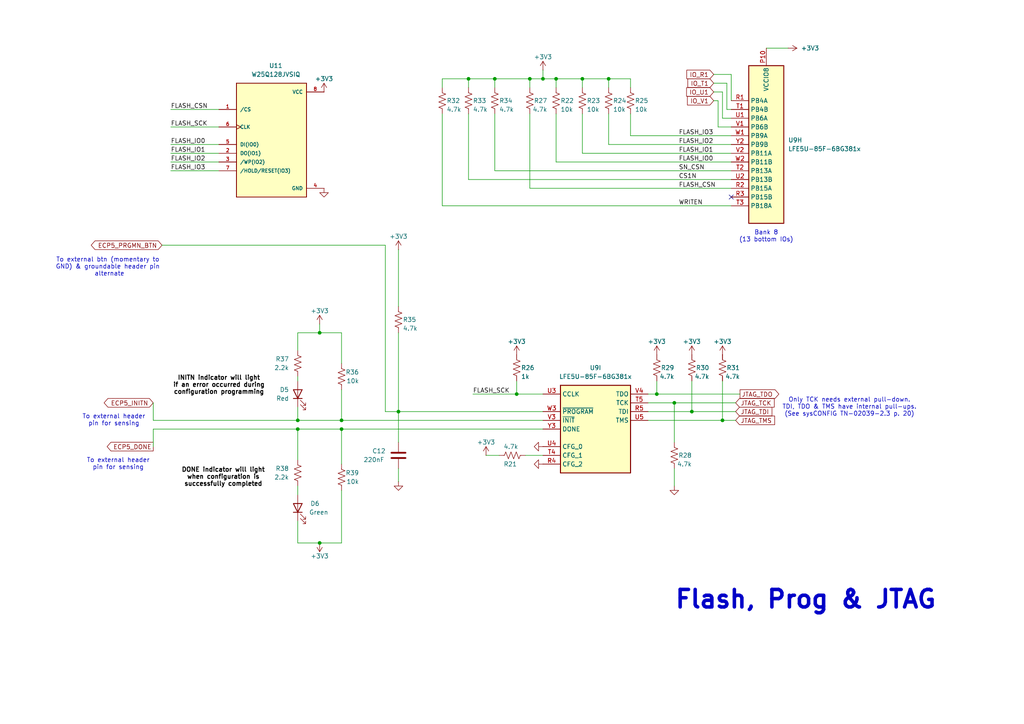
<source format=kicad_sch>
(kicad_sch (version 20231120) (generator "eeschema") (generator_version "8.0")
  (paper "A4")
  (junction (at 153.67 22.86))
  (junction (at 149.86 114.3))
  (junction (at 161.29 22.86))
  (junction (at 190.5 114.3))
  (junction (at 143.51 22.86))
  (junction (at 168.91 22.86))
  (junction (at 209.55 121.92))
  (junction (at 86.36 124.46))
  (junction (at 86.36 121.92))
  (junction (at 115.57 119.38))
  (junction (at 157.48 22.86))
  (junction (at 195.58 116.84))
  (junction (at 99.06 124.46))
  (junction (at 176.53 22.86))
  (junction (at 92.71 96.52))
  (junction (at 200.66 119.38))
  (junction (at 135.89 22.86))
  (junction (at 92.71 157.48))
  (junction (at 99.06 121.92))
  (no_connect (at 212.09 57.15))
  (wire (pts (xy 143.51 49.53) (xy 212.09 49.53)))
  (wire (pts (xy 99.06 134.62) (xy 99.06 124.46)))
  (wire (pts (xy 195.58 140.97) (xy 195.58 135.89)))
  (wire (pts (xy 161.29 22.86) (xy 161.29 25.4)))
  (wire (pts (xy 49.53 44.45) (xy 63.5 44.45)))
  (wire (pts (xy 157.48 20.32) (xy 157.48 22.86)))
  (wire (pts (xy 111.76 119.38) (xy 115.57 119.38)))
  (wire (pts (xy 135.89 22.86) (xy 143.51 22.86)))
  (wire (pts (xy 44.45 129.54) (xy 44.45 124.46)))
  (wire (pts (xy 99.06 113.03) (xy 99.06 121.92)))
  (wire (pts (xy 92.71 96.52) (xy 99.06 96.52)))
  (wire (pts (xy 86.36 143.51) (xy 86.36 140.97)))
  (wire (pts (xy 208.28 36.83) (xy 212.09 36.83)))
  (wire (pts (xy 137.16 114.3) (xy 149.86 114.3)))
  (wire (pts (xy 153.67 22.86) (xy 157.48 22.86)))
  (wire (pts (xy 115.57 139.7) (xy 115.57 135.89)))
  (wire (pts (xy 209.55 110.49) (xy 209.55 121.92)))
  (wire (pts (xy 49.53 36.83) (xy 63.5 36.83)))
  (wire (pts (xy 143.51 33.02) (xy 143.51 49.53)))
  (wire (pts (xy 168.91 33.02) (xy 168.91 44.45)))
  (wire (pts (xy 115.57 96.52) (xy 115.57 119.38)))
  (wire (pts (xy 153.67 22.86) (xy 153.67 25.4)))
  (wire (pts (xy 143.51 25.4) (xy 143.51 22.86)))
  (wire (pts (xy 207.01 24.13) (xy 210.82 24.13)))
  (wire (pts (xy 99.06 121.92) (xy 157.48 121.92)))
  (wire (pts (xy 157.48 22.86) (xy 161.29 22.86)))
  (wire (pts (xy 168.91 22.86) (xy 168.91 25.4)))
  (wire (pts (xy 176.53 33.02) (xy 176.53 41.91)))
  (wire (pts (xy 212.09 21.59) (xy 212.09 29.21)))
  (wire (pts (xy 168.91 44.45) (xy 212.09 44.45)))
  (wire (pts (xy 115.57 72.39) (xy 115.57 88.9)))
  (wire (pts (xy 195.58 116.84) (xy 195.58 128.27)))
  (wire (pts (xy 128.27 59.69) (xy 128.27 33.02)))
  (wire (pts (xy 86.36 96.52) (xy 92.71 96.52)))
  (wire (pts (xy 111.76 71.12) (xy 111.76 119.38)))
  (wire (pts (xy 212.09 59.69) (xy 128.27 59.69)))
  (wire (pts (xy 115.57 119.38) (xy 157.48 119.38)))
  (wire (pts (xy 176.53 22.86) (xy 182.88 22.86)))
  (wire (pts (xy 86.36 101.6) (xy 86.36 96.52)))
  (wire (pts (xy 209.55 34.29) (xy 212.09 34.29)))
  (wire (pts (xy 86.36 157.48) (xy 86.36 151.13)))
  (wire (pts (xy 214.63 114.3) (xy 190.5 114.3)))
  (wire (pts (xy 209.55 121.92) (xy 213.36 121.92)))
  (wire (pts (xy 92.71 96.52) (xy 92.71 93.98)))
  (wire (pts (xy 49.53 41.91) (xy 63.5 41.91)))
  (wire (pts (xy 144.78 132.08) (xy 140.97 132.08)))
  (wire (pts (xy 99.06 157.48) (xy 92.71 157.48)))
  (wire (pts (xy 49.53 49.53) (xy 63.5 49.53)))
  (wire (pts (xy 143.51 22.86) (xy 153.67 22.86)))
  (wire (pts (xy 135.89 52.07) (xy 135.89 33.02)))
  (wire (pts (xy 208.28 29.21) (xy 208.28 36.83)))
  (wire (pts (xy 182.88 33.02) (xy 182.88 39.37)))
  (wire (pts (xy 210.82 31.75) (xy 212.09 31.75)))
  (wire (pts (xy 128.27 25.4) (xy 128.27 22.86)))
  (wire (pts (xy 200.66 110.49) (xy 200.66 119.38)))
  (wire (pts (xy 210.82 24.13) (xy 210.82 31.75)))
  (wire (pts (xy 161.29 46.99) (xy 212.09 46.99)))
  (wire (pts (xy 168.91 22.86) (xy 176.53 22.86)))
  (wire (pts (xy 49.53 46.99) (xy 63.5 46.99)))
  (wire (pts (xy 176.53 41.91) (xy 212.09 41.91)))
  (wire (pts (xy 149.86 114.3) (xy 157.48 114.3)))
  (wire (pts (xy 153.67 54.61) (xy 212.09 54.61)))
  (wire (pts (xy 153.67 33.02) (xy 153.67 54.61)))
  (wire (pts (xy 207.01 21.59) (xy 212.09 21.59)))
  (wire (pts (xy 99.06 124.46) (xy 157.48 124.46)))
  (wire (pts (xy 115.57 128.27) (xy 115.57 119.38)))
  (wire (pts (xy 99.06 142.24) (xy 99.06 157.48)))
  (wire (pts (xy 44.45 121.92) (xy 44.45 116.84)))
  (wire (pts (xy 44.45 124.46) (xy 86.36 124.46)))
  (wire (pts (xy 190.5 114.3) (xy 187.96 114.3)))
  (wire (pts (xy 182.88 39.37) (xy 212.09 39.37)))
  (wire (pts (xy 49.53 31.75) (xy 63.5 31.75)))
  (wire (pts (xy 200.66 119.38) (xy 213.36 119.38)))
  (wire (pts (xy 161.29 33.02) (xy 161.29 46.99)))
  (wire (pts (xy 200.66 119.38) (xy 187.96 119.38)))
  (wire (pts (xy 212.09 52.07) (xy 135.89 52.07)))
  (wire (pts (xy 149.86 110.49) (xy 149.86 114.3)))
  (wire (pts (xy 187.96 116.84) (xy 195.58 116.84)))
  (wire (pts (xy 190.5 110.49) (xy 190.5 114.3)))
  (wire (pts (xy 46.99 71.12) (xy 111.76 71.12)))
  (wire (pts (xy 207.01 29.21) (xy 208.28 29.21)))
  (wire (pts (xy 187.96 121.92) (xy 209.55 121.92)))
  (wire (pts (xy 92.71 157.48) (xy 86.36 157.48)))
  (wire (pts (xy 222.25 13.97) (xy 228.6 13.97)))
  (wire (pts (xy 86.36 109.22) (xy 86.36 110.49)))
  (wire (pts (xy 161.29 22.86) (xy 168.91 22.86)))
  (wire (pts (xy 182.88 22.86) (xy 182.88 25.4)))
  (wire (pts (xy 86.36 124.46) (xy 86.36 133.35)))
  (wire (pts (xy 128.27 22.86) (xy 135.89 22.86)))
  (wire (pts (xy 176.53 22.86) (xy 176.53 25.4)))
  (wire (pts (xy 86.36 124.46) (xy 99.06 124.46)))
  (wire (pts (xy 207.01 26.67) (xy 209.55 26.67)))
  (wire (pts (xy 195.58 116.84) (xy 213.36 116.84)))
  (wire (pts (xy 152.4 132.08) (xy 157.48 132.08)))
  (wire (pts (xy 135.89 25.4) (xy 135.89 22.86)))
  (wire (pts (xy 44.45 121.92) (xy 86.36 121.92)))
  (wire (pts (xy 86.36 121.92) (xy 99.06 121.92)))
  (wire (pts (xy 86.36 118.11) (xy 86.36 121.92)))
  (wire (pts (xy 99.06 105.41) (xy 99.06 96.52)))
  (wire (pts (xy 209.55 26.67) (xy 209.55 34.29)))
  (text "To external header\npin for sensing" (at 33.02 121.92 0) (effects (font (size 1.27 1.27))))
  (text "Flash, Prog & JTAG" (at 233.68 173.99 0) (effects (font (size 5.08 5.08) (bold yes))))
  (text "To external header\npin for sensing" (at 34.29 134.62 0) (effects (font (size 1.27 1.27))))
  (text "To external btn (momentary to \nGND) & groundable header pin \nalternate" (at 31.75 77.47 0) (effects (font (size 1.27 1.27))))
  (text "INITN indicator will light\nif an error occurred during\nconfiguration programming" (at 63.5 111.76 0) (effects (font (size 1.27 1.27) (thickness 0.254) (bold yes))))
  (text "Only TCK needs external pull-down.\nTDI, TDO & TMS have internal pull-ups.\n(See sysCONFIG TN-02039-2.3 p. 20)" (at 246.38 118.11 0) (effects (font (size 1.27 1.27))))
  (text "DONE indicator will light\nwhen configuration is\nsuccessfully completed" (at 64.77 138.43 0) (effects (font (size 1.27 1.27) (thickness 0.254) (bold yes))))
  (text "Bank 8\n(13 bottom IOs)" (at 222.25 68.58 0) (effects (font (size 1.27 1.27))))
  (label "FLASH_IO0" (at 49.53 41.91 0))
  (label "SN_CSN" (at 196.85 49.53 0))
  (label "FLASH_SCK" (at 49.53 36.83 0))
  (label "FLASH_IO3" (at 196.85 39.37 0))
  (label "FLASH_IO2" (at 196.85 41.91 0))
  (label "FLASH_CSN" (at 49.53 31.75 0))
  (label "FLASH_IO1" (at 49.53 44.45 0))
  (label "FLASH_CSN" (at 196.85 54.61 0))
  (label "FLASH_IO2" (at 49.53 46.99 0))
  (label "CS1N" (at 196.85 52.07 0))
  (label "FLASH_IO3" (at 49.53 49.53 0))
  (label "FLASH_SCK" (at 137.16 114.3 0))
  (label "FLASH_IO0" (at 196.85 46.99 0))
  (label "WRITEN" (at 196.85 59.69 0))
  (label "FLASH_IO1" (at 196.85 44.45 0))
  (global_label "JTAG_TMS" (shape input) (at 213.36 121.92 0) (property "Intersheetrefs" "${INTERSHEET_REFS}" (effects (hide yes))))
  (global_label "ECP5_PRGMN_BTN" (shape bidirectional) (at 46.99 71.12 180) (property "Intersheetrefs" "${INTERSHEET_REFS}" (effects (hide yes))))
  (global_label "ECP5_DONE" (shape output) (at 44.45 129.54 180) (property "Intersheetrefs" "${INTERSHEET_REFS}" (effects (hide yes))))
  (global_label "IO_R1" (shape input) (at 207.01 21.59 180) (property "Intersheetrefs" "${INTERSHEET_REFS}" (effects (hide yes))))
  (global_label "JTAG_TCK" (shape input) (at 213.36 116.84 0) (property "Intersheetrefs" "${INTERSHEET_REFS}" (effects (hide yes))))
  (global_label "IO_U1" (shape input) (at 207.01 26.67 180) (property "Intersheetrefs" "${INTERSHEET_REFS}" (effects (hide yes))))
  (global_label "JTAG_TDO" (shape output) (at 214.63 114.3 0) (property "Intersheetrefs" "${INTERSHEET_REFS}" (effects (hide yes))))
  (global_label "IO_V1" (shape input) (at 207.01 29.21 180) (property "Intersheetrefs" "${INTERSHEET_REFS}" (effects (hide yes))))
  (global_label "IO_T1" (shape input) (at 207.01 24.13 180) (property "Intersheetrefs" "${INTERSHEET_REFS}" (effects (hide yes))))
  (global_label "JTAG_TDI" (shape input) (at 213.36 119.38 0) (property "Intersheetrefs" "${INTERSHEET_REFS}" (effects (hide yes))))
  (global_label "ECP5_INITN" (shape bidirectional) (at 44.45 116.84 180) (property "Intersheetrefs" "${INTERSHEET_REFS}" (effects (hide yes))))
  (symbol (lib_id "power:+3V3") (at 190.5 102.87 0) (unit 1)
    (property "Reference" "#PWR05" (effects (hide yes)))
    (property "Value" "+3V3" (at 190.5 99.06 0))
    (property "Description" "Power symbol creates a global label with name \"+3V3\"" (effects (hide yes)))
  )
  (symbol (lib_id "FPGA_Lattice:LFE5U-85F-6BG381x") (at 222.25 41.91 0) (unit 8)
    (property "Reference" "U9" (at 228.6 40.6399 0) (effects (justify left)))
    (property "Value" "LFE5U-85F-6BG381x" (at 228.6 43.1799 0) (effects (justify left)))
    (property "Footprint" "Package_BGA:Lattice_caBGA-381_17.0x17.0mm_Layout20x20_P0.8mm_Ball0.4mm_Pad0.4mm_NSMD" (effects (hide yes)))
    (property "Datasheet" "https://www.latticesemi.com/view_document?document_id=50461" (effects (hide yes)))
    (property "Description" "ECP5 FPGA, 84K LUTs, 1.2V, BGA-381" (effects (hide yes)))
    (property "Mfgr" "Lattice Semiconductor Corporation" (effects (hide yes)))
    (property "MPN" "LFE5U-85F-8BG381C" (effects (hide yes)))
    (property "Digikey" "https://www.digikey.com/en/products/detail/lattice-semiconductor-corporation/LFE5U-85F-8BG381C/5395911" (effects (hide yes)))
  )
  (symbol (lib_id "power:GND") (at 157.48 134.62 270) (unit 1)
    (property "Reference" "#PWR045" (effects (hide yes)))
    (property "Value" "GND" (effects (hide yes)))
    (property "Description" "Power symbol creates a global label with name \"GND\" , ground" (effects (hide yes)))
  )
  (symbol (lib_id "power:+3V3") (at 92.71 93.98 0) (unit 1)
    (property "Reference" "#PWR049" (effects (hide yes)))
    (property "Value" "+3V3" (at 92.71 90.17 0))
    (property "Description" "Power symbol creates a global label with name \"+3V3\"" (effects (hide yes)))
  )
  (symbol (lib_id "Device:R_US") (at 115.57 92.71 0) (unit 1)
    (property "Reference" "R35" (at 116.84 92.71 0) (effects (justify left)))
    (property "Value" "4.7k" (at 116.84 95.25 0) (effects (justify left)))
    (property "Footprint" "PCM_Resistor_SMD_AKL:R_0603_1608Metric_Pad1.05x0.95mm_HandSolder" (effects (hide yes)))
    (property "Datasheet" "https://www.yageo.com/upload/media/product/products/datasheet/rchip/PYu-RC_Group_51_RoHS_L_12.pdf" (effects (hide yes)))
    (property "Description" "Resistor, US symbol" (effects (hide yes)))
    (property "Digikey" "https://www.digikey.com/en/products/detail/yageo/rc0603fr-074k7l/727212" (effects (hide yes)))
    (property "Mfgr" "YAGEO" (effects (hide yes)))
    (property "MPN" "RC0603FR-074K7L" (effects (hide yes)))
  )
  (symbol (lib_id "Device:R_US") (at 182.88 29.21 0) (unit 1)
    (property "Reference" "R25" (at 184.15 29.21 0) (effects (justify left)))
    (property "Value" "10k" (at 184.15 31.75 0) (effects (justify left)))
    (property "Footprint" "PCM_Resistor_SMD_AKL:R_0603_1608Metric_Pad1.05x0.95mm_HandSolder" (effects (hide yes)))
    (property "Datasheet" "https://www.yageo.com/upload/media/product/products/datasheet/rchip/PYu-RC_Group_51_RoHS_L_12.pdf" (effects (hide yes)))
    (property "Description" "Resistor, US symbol" (effects (hide yes)))
    (property "Digikey" "https://www.digikey.com/en/products/detail/yageo/RC0603FR-0710KL/726880" (effects (hide yes)))
    (property "Mfgr" "YAGEO" (effects (hide yes)))
    (property "MPN" "RC0603FR-0710KL" (effects (hide yes)))
  )
  (symbol (lib_id "power:GND") (at 157.48 129.54 270) (unit 1)
    (property "Reference" "#PWR046" (effects (hide yes)))
    (property "Value" "GND" (effects (hide yes)))
    (property "Description" "Power symbol creates a global label with name \"GND\" , ground" (effects (hide yes)))
  )
  (symbol (lib_id "Device:R_US") (at 190.5 106.68 180) (unit 1)
    (property "Reference" "R29" (at 195.58 106.68 0) (effects (justify left)))
    (property "Value" "4.7k" (at 195.58 109.22 0) (effects (justify left)))
    (property "Footprint" "PCM_Resistor_SMD_AKL:R_0603_1608Metric_Pad1.05x0.95mm_HandSolder" (effects (hide yes)))
    (property "Datasheet" "https://www.yageo.com/upload/media/product/products/datasheet/rchip/PYu-RC_Group_51_RoHS_L_12.pdf" (effects (hide yes)))
    (property "Description" "Resistor, US symbol" (effects (hide yes)))
    (property "Digikey" "https://www.digikey.com/en/products/detail/yageo/rc0603fr-074k7l/727212" (effects (hide yes)))
    (property "Mfgr" "YAGEO" (effects (hide yes)))
    (property "MPN" "RC0603FR-074K7L" (effects (hide yes)))
  )
  (symbol (lib_id "Device:R_US") (at 128.27 29.21 0) (unit 1)
    (property "Reference" "R32" (at 129.54 29.21 0) (effects (justify left)))
    (property "Value" "4.7k" (at 129.54 31.75 0) (effects (justify left)))
    (property "Footprint" "PCM_Resistor_SMD_AKL:R_0603_1608Metric_Pad1.05x0.95mm_HandSolder" (effects (hide yes)))
    (property "Datasheet" "https://www.yageo.com/upload/media/product/products/datasheet/rchip/PYu-RC_Group_51_RoHS_L_12.pdf" (effects (hide yes)))
    (property "Description" "Resistor, US symbol" (effects (hide yes)))
    (property "Digikey" "https://www.digikey.com/en/products/detail/yageo/rc0603fr-074k7l/727212" (effects (hide yes)))
    (property "Mfgr" "YAGEO" (effects (hide yes)))
    (property "MPN" "RC0603FR-074K7L" (effects (hide yes)))
  )
  (symbol (lib_id "power:+3V3") (at 200.66 102.87 0) (unit 1)
    (property "Reference" "#PWR06" (effects (hide yes)))
    (property "Value" "+3V3" (at 200.66 99.06 0))
    (property "Description" "Power symbol creates a global label with name \"+3V3\"" (effects (hide yes)))
  )
  (symbol (lib_id "power:+3V3") (at 157.48 20.32 0) (unit 1)
    (property "Reference" "#PWR048" (effects (hide yes)))
    (property "Value" "+3V3" (at 157.48 16.51 0))
    (property "Description" "Power symbol creates a global label with name \"+3V3\"" (effects (hide yes)))
  )
  (symbol (lib_id "power:+3V3") (at 140.97 132.08 0) (unit 1)
    (property "Reference" "#PWR044" (effects (hide yes)))
    (property "Value" "+3V3" (at 140.97 128.27 0))
    (property "Description" "Power symbol creates a global label with name \"+3V3\"" (effects (hide yes)))
  )
  (symbol (lib_id "power:+3V3") (at 228.6 13.97 270) (unit 1)
    (property "Reference" "#PWR068" (effects (hide yes)))
    (property "Value" "+3V3" (at 234.95 13.97 90))
    (property "Description" "Power symbol creates a global label with name \"+3V3\"" (effects (hide yes)))
  )
  (symbol (lib_id "power:+3V3") (at 149.86 102.87 0) (unit 1)
    (property "Reference" "#PWR047" (effects (hide yes)))
    (property "Value" "+3V3" (at 149.86 99.06 0))
    (property "Description" "Power symbol creates a global label with name \"+3V3\"" (effects (hide yes)))
  )
  (symbol (lib_id "Device:R_US") (at 176.53 29.21 0) (unit 1)
    (property "Reference" "R24" (at 177.8 29.21 0) (effects (justify left)))
    (property "Value" "10k" (at 177.8 31.75 0) (effects (justify left)))
    (property "Footprint" "PCM_Resistor_SMD_AKL:R_0603_1608Metric_Pad1.05x0.95mm_HandSolder" (effects (hide yes)))
    (property "Datasheet" "https://www.yageo.com/upload/media/product/products/datasheet/rchip/PYu-RC_Group_51_RoHS_L_12.pdf" (effects (hide yes)))
    (property "Description" "Resistor, US symbol" (effects (hide yes)))
    (property "Digikey" "https://www.digikey.com/en/products/detail/yageo/RC0603FR-0710KL/726880" (effects (hide yes)))
    (property "Mfgr" "YAGEO" (effects (hide yes)))
    (property "MPN" "RC0603FR-0710KL" (effects (hide yes)))
  )
  (symbol (lib_id "Device:LED") (at 86.36 114.3 90) (unit 1)
    (property "Reference" "D5" (at 83.82 113.03 90) (effects (justify left)))
    (property "Value" "Red" (at 83.82 115.57 90) (effects (justify left)))
    (property "Footprint" "LED_SMD:LED_0603_1608Metric_Pad1.05x0.95mm_HandSolder" (effects (hide yes)))
    (property "Datasheet" "https://www.we-online.com/components/products/datasheet/150060SS75000.pdf" (effects (hide yes)))
    (property "Description" "Light emitting diode" (effects (hide yes)))
    (property "Digikey" "https://www.digikey.com/en/products/detail/w%C3%BCrth-elektronik/150060SS75000/4489903" (effects (hide yes)))
    (property "Mfgr" "Wurth" (effects (hide yes)))
    (property "MPN" "150060SS75000" (effects (hide yes)))
  )
  (symbol (lib_id "Device:R_US") (at 135.89 29.21 0) (unit 1)
    (property "Reference" "R33" (at 137.16 29.21 0) (effects (justify left)))
    (property "Value" "4.7k" (at 137.16 31.75 0) (effects (justify left)))
    (property "Footprint" "PCM_Resistor_SMD_AKL:R_0603_1608Metric_Pad1.05x0.95mm_HandSolder" (effects (hide yes)))
    (property "Datasheet" "https://www.yageo.com/upload/media/product/products/datasheet/rchip/PYu-RC_Group_51_RoHS_L_12.pdf" (effects (hide yes)))
    (property "Description" "Resistor, US symbol" (effects (hide yes)))
    (property "Digikey" "https://www.digikey.com/en/products/detail/yageo/rc0603fr-074k7l/727212" (effects (hide yes)))
    (property "Mfgr" "YAGEO" (effects (hide yes)))
    (property "MPN" "RC0603FR-074K7L" (effects (hide yes)))
  )
  (symbol (lib_id "W25Q128JVSIQ:W25Q128JVSIQ") (at 80.01 39.37 0) (unit 1)
    (property "Reference" "U11" (at 80.01 19.05 0))
    (property "Value" "W25Q128JVSIQ" (at 80.01 21.59 0))
    (property "Footprint" "W25Q128JVSIQ:SOIC127P790X216-8N" (effects (hide yes)))
    (property "Datasheet" "https://www.winbond.com/resource-files/W25Q128JV%20RevI%2008232021%20Plus.pdf" (effects (hide yes)))
    (property "Description" "IC FLASH 128MBIT SPI/QUAD 8SOIC" (effects (hide yes)))
    (property "Mfgr" "Winbond Electronics" (effects (hide yes)))
    (property "MPN" "W25Q128JVSIQ" (effects (hide yes)))
    (property "Digikey" "https://www.digikey.com/en/products/detail/winbond-electronics/W25Q128JVSIQ/5803943" (effects (hide yes)))
  )
  (symbol (lib_id "Device:LED") (at 86.36 147.32 90) (unit 1)
    (property "Reference" "D6" (at 92.71 146.05 90) (effects (justify left)))
    (property "Value" "Green" (at 95.25 148.59 90) (effects (justify left)))
    (property "Footprint" "LED_SMD:LED_0603_1608Metric_Pad1.05x0.95mm_HandSolder" (effects (hide yes)))
    (property "Datasheet" "https://www.we-online.com/catalog/datasheet/150060VS75000.pdf" (effects (hide yes)))
    (property "Description" "Light emitting diode" (effects (hide yes)))
    (property "Digikey" "https://www.digikey.com/en/products/detail/w%C3%BCrth-elektronik/150060VS75000/4489906" (effects (hide yes)))
    (property "Mfgr" "Wurth" (effects (hide yes)))
    (property "MPN" "150060VS75000" (effects (hide yes)))
  )
  (symbol (lib_id "FPGA_Lattice:LFE5U-85F-6BG381x") (at 172.72 124.46 0) (unit 9)
    (property "Reference" "U9" (at 172.72 106.68 0))
    (property "Value" "LFE5U-85F-6BG381x" (at 172.72 109.22 0))
    (property "Footprint" "Package_BGA:Lattice_caBGA-381_17.0x17.0mm_Layout20x20_P0.8mm_Ball0.4mm_Pad0.4mm_NSMD" (effects (hide yes)))
    (property "Datasheet" "https://www.latticesemi.com/view_document?document_id=50461" (effects (hide yes)))
    (property "Description" "ECP5 FPGA, 84K LUTs, 1.2V, BGA-381" (effects (hide yes)))
    (property "Mfgr" "Lattice Semiconductor Corporation" (effects (hide yes)))
    (property "MPN" "LFE5U-85F-8BG381C" (effects (hide yes)))
    (property "Digikey" "https://www.digikey.com/en/products/detail/lattice-semiconductor-corporation/LFE5U-85F-8BG381C/5395911" (effects (hide yes)))
  )
  (symbol (lib_id "Device:R_US") (at 86.36 105.41 180) (unit 1)
    (property "Reference" "R37" (at 83.82 104.14 0) (effects (justify left)))
    (property "Value" "2.2k" (at 83.82 106.68 0) (effects (justify left)))
    (property "Footprint" "PCM_Resistor_SMD_AKL:R_0603_1608Metric_Pad1.05x0.95mm_HandSolder" (effects (hide yes)))
    (property "Datasheet" "https://www.yageo.com/upload/media/product/products/datasheet/rchip/PYu-RC_Group_51_RoHS_L_12.pdf" (effects (hide yes)))
    (property "Description" "Resistor, US symbol" (effects (hide yes)))
    (property "Digikey" "https://www.digikey.com/en/products/detail/yageo/RC0603FR-072K2L/727016" (effects (hide yes)))
    (property "Mfgr" "YAGEO" (effects (hide yes)))
    (property "MPN" "RC0603FR-072K2L" (effects (hide yes)))
  )
  (symbol (lib_id "Device:R_US") (at 143.51 29.21 0) (unit 1)
    (property "Reference" "R34" (at 144.78 29.21 0) (effects (justify left)))
    (property "Value" "4.7k" (at 144.78 31.75 0) (effects (justify left)))
    (property "Footprint" "PCM_Resistor_SMD_AKL:R_0603_1608Metric_Pad1.05x0.95mm_HandSolder" (effects (hide yes)))
    (property "Datasheet" "https://www.yageo.com/upload/media/product/products/datasheet/rchip/PYu-RC_Group_51_RoHS_L_12.pdf" (effects (hide yes)))
    (property "Description" "Resistor, US symbol" (effects (hide yes)))
    (property "Digikey" "https://www.digikey.com/en/products/detail/yageo/rc0603fr-074k7l/727212" (effects (hide yes)))
    (property "Mfgr" "YAGEO" (effects (hide yes)))
    (property "MPN" "RC0603FR-074K7L" (effects (hide yes)))
  )
  (symbol (lib_id "power:GND") (at 115.57 139.7 0) (unit 1)
    (property "Reference" "#PWR051" (effects (hide yes)))
    (property "Value" "GND" (effects (hide yes)))
    (property "Description" "Power symbol creates a global label with name \"GND\" , ground" (effects (hide yes)))
  )
  (symbol (lib_id "power:+3V3") (at 93.98 26.67 0) (unit 1)
    (property "Reference" "#PWR042" (effects (hide yes)))
    (property "Value" "+3V3" (at 93.98 22.86 0))
    (property "Description" "Power symbol creates a global label with name \"+3V3\"" (effects (hide yes)))
  )
  (symbol (lib_id "Device:R_US") (at 148.59 132.08 270) (unit 1)
    (property "Reference" "R21" (at 146.05 134.62 90) (effects (justify left)))
    (property "Value" "4.7k" (at 146.05 129.54 90) (effects (justify left)))
    (property "Footprint" "PCM_Resistor_SMD_AKL:R_0603_1608Metric_Pad1.05x0.95mm_HandSolder" (effects (hide yes)))
    (property "Datasheet" "https://www.yageo.com/upload/media/product/products/datasheet/rchip/PYu-RC_Group_51_RoHS_L_12.pdf" (effects (hide yes)))
    (property "Description" "Resistor, US symbol" (effects (hide yes)))
    (property "Digikey" "https://www.digikey.com/en/products/detail/yageo/rc0603fr-074k7l/727212" (effects (hide yes)))
    (property "Mfgr" "YAGEO" (effects (hide yes)))
    (property "MPN" "RC0603FR-074K7L" (effects (hide yes)))
  )
  (symbol (lib_id "power:+3V3") (at 92.71 157.48 180) (unit 1)
    (property "Reference" "#PWR052" (effects (hide yes)))
    (property "Value" "+3V3" (at 92.71 161.29 0))
    (property "Description" "Power symbol creates a global label with name \"+3V3\"" (effects (hide yes)))
  )
  (symbol (lib_id "power:+3V3") (at 209.55 102.87 0) (unit 1)
    (property "Reference" "#PWR07" (effects (hide yes)))
    (property "Value" "+3V3" (at 209.55 99.06 0))
    (property "Description" "Power symbol creates a global label with name \"+3V3\"" (effects (hide yes)))
  )
  (symbol (lib_id "Device:R_US") (at 153.67 29.21 180) (unit 1)
    (property "Reference" "R27" (at 158.75 29.21 0) (effects (justify left)))
    (property "Value" "4.7k" (at 158.75 31.75 0) (effects (justify left)))
    (property "Footprint" "PCM_Resistor_SMD_AKL:R_0603_1608Metric_Pad1.05x0.95mm_HandSolder" (effects (hide yes)))
    (property "Datasheet" "https://www.yageo.com/upload/media/product/products/datasheet/rchip/PYu-RC_Group_51_RoHS_L_12.pdf" (effects (hide yes)))
    (property "Description" "Resistor, US symbol" (effects (hide yes)))
    (property "Digikey" "https://www.digikey.com/en/products/detail/yageo/rc0603fr-074k7l/727212" (effects (hide yes)))
    (property "Mfgr" "YAGEO" (effects (hide yes)))
    (property "MPN" "RC0603FR-074K7L" (effects (hide yes)))
  )
  (symbol (lib_id "Device:C") (at 115.57 132.08 0) (unit 1)
    (property "Reference" "C12" (at 107.95 130.81 0) (effects (justify left)))
    (property "Value" "220nF" (at 105.41 133.35 0) (effects (justify left)))
    (property "Footprint" "Capacitor_SMD:C_0603_1608Metric_Pad1.08x0.95mm_HandSolder" (effects (hide yes)))
    (property "Datasheet" "https://www.yageo.com/upload/media/product/app/datasheet/mlcc/upy-gphc_x5r_4v-to-50v.pdf" (effects (hide yes)))
    (property "Description" "CAP CER 0.22UF 6.3V X5R 0603" (effects (hide yes)))
    (property "Digikey" "https://www.digikey.com/en/products/detail/yageo/CC0603KRX5R5BB224/5883717" (effects (hide yes)))
    (property "MPN" "CC0603KRX5R5BB224" (effects (hide yes)))
    (property "Mfgr" "YAGEO" (effects (hide yes)))
  )
  (symbol (lib_id "power:GND") (at 93.98 54.61 0) (unit 1)
    (property "Reference" "#PWR043" (effects (hide yes)))
    (property "Value" "GND" (effects (hide yes)))
    (property "Description" "Power symbol creates a global label with name \"GND\" , ground" (effects (hide yes)))
  )
  (symbol (lib_id "Device:R_US") (at 149.86 106.68 0) (unit 1)
    (property "Reference" "R26" (at 151.13 106.68 0) (effects (justify left)))
    (property "Value" "1k" (at 151.13 109.22 0) (effects (justify left)))
    (property "Footprint" "PCM_Resistor_SMD_AKL:R_0603_1608Metric_Pad1.05x0.95mm_HandSolder" (effects (hide yes)))
    (property "Datasheet" "https://www.yageo.com/upload/media/product/products/datasheet/rchip/PYu-RC_Group_51_RoHS_L_12.pdf" (effects (hide yes)))
    (property "Description" "Resistor, US symbol" (effects (hide yes)))
    (property "Digikey" "https://www.digikey.com/en/products/detail/yageo/rc0603fr-071kl/726843" (effects (hide yes)))
    (property "Mfgr" "YAGEO" (effects (hide yes)))
    (property "MPN" "RC0603FR-071KL" (effects (hide yes)))
  )
  (symbol (lib_id "power:+3V3") (at 115.57 72.39 0) (unit 1)
    (property "Reference" "#PWR050" (effects (hide yes)))
    (property "Value" "+3V3" (at 115.57 68.58 0))
    (property "Description" "Power symbol creates a global label with name \"+3V3\"" (effects (hide yes)))
  )
  (symbol (lib_id "Device:R_US") (at 99.06 109.22 180) (unit 1)
    (property "Reference" "R36" (at 104.14 107.95 0) (effects (justify left)))
    (property "Value" "10k" (at 104.14 110.49 0) (effects (justify left)))
    (property "Footprint" "PCM_Resistor_SMD_AKL:R_0603_1608Metric_Pad1.05x0.95mm_HandSolder" (effects (hide yes)))
    (property "Datasheet" "https://www.yageo.com/upload/media/product/products/datasheet/rchip/PYu-RC_Group_51_RoHS_L_12.pdf" (effects (hide yes)))
    (property "Description" "Resistor, US symbol" (effects (hide yes)))
    (property "Digikey" "https://www.digikey.com/en/products/detail/yageo/RC0603FR-0710KL/726880" (effects (hide yes)))
    (property "Mfgr" "YAGEO" (effects (hide yes)))
    (property "MPN" "RC0603FR-0710KL" (effects (hide yes)))
  )
  (symbol (lib_id "Device:R_US") (at 86.36 137.16 180) (unit 1)
    (property "Reference" "R38" (at 83.82 135.89 0) (effects (justify left)))
    (property "Value" "2.2k" (at 83.82 138.43 0) (effects (justify left)))
    (property "Footprint" "PCM_Resistor_SMD_AKL:R_0603_1608Metric_Pad1.05x0.95mm_HandSolder" (effects (hide yes)))
    (property "Datasheet" "https://www.yageo.com/upload/media/product/products/datasheet/rchip/PYu-RC_Group_51_RoHS_L_12.pdf" (effects (hide yes)))
    (property "Description" "Resistor, US symbol" (effects (hide yes)))
    (property "Digikey" "https://www.digikey.com/en/products/detail/yageo/RC0603FR-072K2L/727016" (effects (hide yes)))
    (property "Mfgr" "YAGEO" (effects (hide yes)))
    (property "MPN" "RC0603FR-072K2L" (effects (hide yes)))
  )
  (symbol (lib_id "Device:R_US") (at 168.91 29.21 0) (unit 1)
    (property "Reference" "R23" (at 170.18 29.21 0) (effects (justify left)))
    (property "Value" "10k" (at 170.18 31.75 0) (effects (justify left)))
    (property "Footprint" "PCM_Resistor_SMD_AKL:R_0603_1608Metric_Pad1.05x0.95mm_HandSolder" (effects (hide yes)))
    (property "Datasheet" "https://www.yageo.com/upload/media/product/products/datasheet/rchip/PYu-RC_Group_51_RoHS_L_12.pdf" (effects (hide yes)))
    (property "Description" "Resistor, US symbol" (effects (hide yes)))
    (property "Digikey" "https://www.digikey.com/en/products/detail/yageo/RC0603FR-0710KL/726880" (effects (hide yes)))
    (property "Mfgr" "YAGEO" (effects (hide yes)))
    (property "MPN" "RC0603FR-0710KL" (effects (hide yes)))
  )
  (symbol (lib_id "power:GND") (at 195.58 140.97 0) (unit 1)
    (property "Reference" "#PWR04" (effects (hide yes)))
    (property "Value" "GND" (effects (hide yes)))
    (property "Description" "Power symbol creates a global label with name \"GND\" , ground" (effects (hide yes)))
  )
  (symbol (lib_id "Device:R_US") (at 99.06 138.43 180) (unit 1)
    (property "Reference" "R39" (at 104.14 137.16 0) (effects (justify left)))
    (property "Value" "10k" (at 104.14 139.7 0) (effects (justify left)))
    (property "Footprint" "PCM_Resistor_SMD_AKL:R_0603_1608Metric_Pad1.05x0.95mm_HandSolder" (effects (hide yes)))
    (property "Datasheet" "https://www.yageo.com/upload/media/product/products/datasheet/rchip/PYu-RC_Group_51_RoHS_L_12.pdf" (effects (hide yes)))
    (property "Description" "Resistor, US symbol" (effects (hide yes)))
    (property "Digikey" "https://www.digikey.com/en/products/detail/yageo/RC0603FR-0710KL/726880" (effects (hide yes)))
    (property "Mfgr" "YAGEO" (effects (hide yes)))
    (property "MPN" "RC0603FR-0710KL" (effects (hide yes)))
  )
  (symbol (lib_id "Device:R_US") (at 161.29 29.21 0) (unit 1)
    (property "Reference" "R22" (at 162.56 29.21 0) (effects (justify left)))
    (property "Value" "10k" (at 162.56 31.75 0) (effects (justify left)))
    (property "Footprint" "PCM_Resistor_SMD_AKL:R_0603_1608Metric_Pad1.05x0.95mm_HandSolder" (effects (hide yes)))
    (property "Datasheet" "https://www.yageo.com/upload/media/product/products/datasheet/rchip/PYu-RC_Group_51_RoHS_L_12.pdf" (effects (hide yes)))
    (property "Description" "Resistor, US symbol" (effects (hide yes)))
    (property "Digikey" "https://www.digikey.com/en/products/detail/yageo/RC0603FR-0710KL/726880" (effects (hide yes)))
    (property "Mfgr" "YAGEO" (effects (hide yes)))
    (property "MPN" "RC0603FR-0710KL" (effects (hide yes)))
  )
  (symbol (lib_id "Device:R_US") (at 200.66 106.68 180) (unit 1)
    (property "Reference" "R30" (at 205.74 106.68 0) (effects (justify left)))
    (property "Value" "4.7k" (at 205.74 109.22 0) (effects (justify left)))
    (property "Footprint" "PCM_Resistor_SMD_AKL:R_0603_1608Metric_Pad1.05x0.95mm_HandSolder" (effects (hide yes)))
    (property "Datasheet" "https://www.yageo.com/upload/media/product/products/datasheet/rchip/PYu-RC_Group_51_RoHS_L_12.pdf" (effects (hide yes)))
    (property "Description" "Resistor, US symbol" (effects (hide yes)))
    (property "Digikey" "https://www.digikey.com/en/products/detail/yageo/rc0603fr-074k7l/727212" (effects (hide yes)))
    (property "Mfgr" "YAGEO" (effects (hide yes)))
    (property "MPN" "RC0603FR-074K7L" (effects (hide yes)))
  )
  (symbol (lib_id "Device:R_US") (at 195.58 132.08 180) (unit 1)
    (property "Reference" "R28" (at 200.66 132.08 0) (effects (justify left)))
    (property "Value" "4.7k" (at 200.66 134.62 0) (effects (justify left)))
    (property "Footprint" "PCM_Resistor_SMD_AKL:R_0603_1608Metric_Pad1.05x0.95mm_HandSolder" (effects (hide yes)))
    (property "Datasheet" "https://www.yageo.com/upload/media/product/products/datasheet/rchip/PYu-RC_Group_51_RoHS_L_12.pdf" (effects (hide yes)))
    (property "Description" "Resistor, US symbol" (effects (hide yes)))
    (property "Digikey" "https://www.digikey.com/en/products/detail/yageo/rc0603fr-074k7l/727212" (effects (hide yes)))
    (property "Mfgr" "YAGEO" (effects (hide yes)))
    (property "MPN" "RC0603FR-074K7L" (effects (hide yes)))
  )
  (symbol (lib_id "Device:R_US") (at 209.55 106.68 180) (unit 1)
    (property "Reference" "R31" (at 214.63 106.68 0) (effects (justify left)))
    (property "Value" "4.7k" (at 214.63 109.22 0) (effects (justify left)))
    (property "Footprint" "PCM_Resistor_SMD_AKL:R_0603_1608Metric_Pad1.05x0.95mm_HandSolder" (effects (hide yes)))
    (property "Datasheet" "https://www.yageo.com/upload/media/product/products/datasheet/rchip/PYu-RC_Group_51_RoHS_L_12.pdf" (effects (hide yes)))
    (property "Description" "Resistor, US symbol" (effects (hide yes)))
    (property "Digikey" "https://www.digikey.com/en/products/detail/yageo/rc0603fr-074k7l/727212" (effects (hide yes)))
    (property "Mfgr" "YAGEO" (effects (hide yes)))
    (property "MPN" "RC0603FR-074K7L" (effects (hide yes)))
  )
)
</source>
